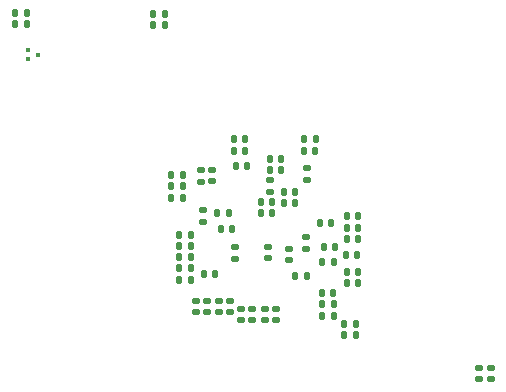
<source format=gbr>
%TF.GenerationSoftware,KiCad,Pcbnew,5.99.0-unknown-675444a646~125~ubuntu20.04.1*%
%TF.CreationDate,2021-04-13T15:06:48+08:00*%
%TF.ProjectId,ovc5,6f766335-2e6b-4696-9361-645f70636258,rev?*%
%TF.SameCoordinates,Original*%
%TF.FileFunction,Paste,Bot*%
%TF.FilePolarity,Positive*%
%FSLAX46Y46*%
G04 Gerber Fmt 4.6, Leading zero omitted, Abs format (unit mm)*
G04 Created by KiCad (PCBNEW 5.99.0-unknown-675444a646~125~ubuntu20.04.1) date 2021-04-13 15:06:48*
%MOMM*%
%LPD*%
G01*
G04 APERTURE LIST*
G04 Aperture macros list*
%AMRoundRect*
0 Rectangle with rounded corners*
0 $1 Rounding radius*
0 $2 $3 $4 $5 $6 $7 $8 $9 X,Y pos of 4 corners*
0 Add a 4 corners polygon primitive as box body*
4,1,4,$2,$3,$4,$5,$6,$7,$8,$9,$2,$3,0*
0 Add four circle primitives for the rounded corners*
1,1,$1+$1,$2,$3*
1,1,$1+$1,$4,$5*
1,1,$1+$1,$6,$7*
1,1,$1+$1,$8,$9*
0 Add four rect primitives between the rounded corners*
20,1,$1+$1,$2,$3,$4,$5,0*
20,1,$1+$1,$4,$5,$6,$7,0*
20,1,$1+$1,$6,$7,$8,$9,0*
20,1,$1+$1,$8,$9,$2,$3,0*%
G04 Aperture macros list end*
%ADD10RoundRect,0.140000X-0.140000X-0.170000X0.140000X-0.170000X0.140000X0.170000X-0.140000X0.170000X0*%
%ADD11RoundRect,0.140000X-0.170000X0.140000X-0.170000X-0.140000X0.170000X-0.140000X0.170000X0.140000X0*%
%ADD12RoundRect,0.140000X0.140000X0.170000X-0.140000X0.170000X-0.140000X-0.170000X0.140000X-0.170000X0*%
%ADD13RoundRect,0.140000X0.170000X-0.140000X0.170000X0.140000X-0.170000X0.140000X-0.170000X-0.140000X0*%
%ADD14RoundRect,0.135000X0.135000X0.185000X-0.135000X0.185000X-0.135000X-0.185000X0.135000X-0.185000X0*%
%ADD15R,0.300000X0.300000*%
%ADD16RoundRect,0.135000X-0.135000X-0.185000X0.135000X-0.185000X0.135000X0.185000X-0.135000X0.185000X0*%
%ADD17RoundRect,0.135000X-0.185000X0.135000X-0.185000X-0.135000X0.185000X-0.135000X0.185000X0.135000X0*%
G04 APERTURE END LIST*
D10*
%TO.C,C33*%
X64090950Y-53401550D03*
X65050950Y-53401550D03*
%TD*%
D11*
%TO.C,C31*%
X56675000Y-62590000D03*
X56675000Y-63550000D03*
%TD*%
D12*
%TO.C,C55*%
X63850950Y-50551550D03*
X62890950Y-50551550D03*
%TD*%
%TO.C,C14*%
X56200950Y-57951550D03*
X55240950Y-57951550D03*
%TD*%
%TO.C,C60*%
X60850950Y-49876550D03*
X59890950Y-49876550D03*
%TD*%
D13*
%TO.C,C24*%
X62720950Y-59006550D03*
X62720950Y-58046550D03*
%TD*%
D14*
%TO.C,R5*%
X68310000Y-62900000D03*
X67290000Y-62900000D03*
%TD*%
D15*
%TO.C,D5*%
X42425000Y-42100000D03*
X42425000Y-41400000D03*
X43275000Y-41750000D03*
%TD*%
D12*
%TO.C,C56*%
X63850950Y-51501550D03*
X62890950Y-51501550D03*
%TD*%
D10*
%TO.C,C17*%
X69440950Y-56401550D03*
X70400950Y-56401550D03*
%TD*%
D11*
%TO.C,C29*%
X58575000Y-62590000D03*
X58575000Y-63550000D03*
%TD*%
D13*
%TO.C,C41*%
X58050000Y-52480000D03*
X58050000Y-51520000D03*
%TD*%
%TO.C,C50*%
X57220950Y-55906550D03*
X57220950Y-54946550D03*
%TD*%
D12*
%TO.C,C66*%
X55530000Y-52900000D03*
X54570000Y-52900000D03*
%TD*%
D10*
%TO.C,C19*%
X69420000Y-60125000D03*
X70380000Y-60125000D03*
%TD*%
D11*
%TO.C,C25*%
X63475000Y-63271550D03*
X63475000Y-64231550D03*
%TD*%
D10*
%TO.C,C22*%
X69440950Y-55451550D03*
X70400950Y-55451550D03*
%TD*%
D11*
%TO.C,C61*%
X65970950Y-57221550D03*
X65970950Y-58181550D03*
%TD*%
D10*
%TO.C,C81*%
X53045000Y-38325000D03*
X54005000Y-38325000D03*
%TD*%
%TO.C,C53*%
X67365950Y-59351550D03*
X68325950Y-59351550D03*
%TD*%
D11*
%TO.C,C32*%
X57625000Y-62590000D03*
X57625000Y-63550000D03*
%TD*%
D13*
%TO.C,C36*%
X62895950Y-53356550D03*
X62895950Y-52396550D03*
%TD*%
D14*
%TO.C,R6*%
X66810000Y-48900000D03*
X65790000Y-48900000D03*
%TD*%
D11*
%TO.C,C38*%
X61420950Y-63271550D03*
X61420950Y-64231550D03*
%TD*%
D14*
%TO.C,R7*%
X70210000Y-65500000D03*
X69190000Y-65500000D03*
%TD*%
D10*
%TO.C,C11*%
X69210000Y-64568000D03*
X70170000Y-64568000D03*
%TD*%
D12*
%TO.C,C62*%
X65050950Y-54351550D03*
X64090950Y-54351550D03*
%TD*%
D14*
%TO.C,R60*%
X68310000Y-63850000D03*
X67290000Y-63850000D03*
%TD*%
D12*
%TO.C,C57*%
X59730000Y-56551550D03*
X58770000Y-56551550D03*
%TD*%
D14*
%TO.C,R13*%
X55560000Y-53890000D03*
X54540000Y-53890000D03*
%TD*%
D11*
%TO.C,C37*%
X60470950Y-63271550D03*
X60470950Y-64231550D03*
%TD*%
D12*
%TO.C,C49*%
X63125950Y-54251550D03*
X62165950Y-54251550D03*
%TD*%
D10*
%TO.C,C20*%
X69340950Y-58701550D03*
X70300950Y-58701550D03*
%TD*%
%TO.C,C52*%
X67140950Y-56001550D03*
X68100950Y-56001550D03*
%TD*%
D13*
%TO.C,C42*%
X66020950Y-52331550D03*
X66020950Y-51371550D03*
%TD*%
D16*
%TO.C,R14*%
X54520000Y-51940000D03*
X55540000Y-51940000D03*
%TD*%
D12*
%TO.C,C35*%
X61000950Y-51201550D03*
X60040950Y-51201550D03*
%TD*%
D11*
%TO.C,C30*%
X59525000Y-62590000D03*
X59525000Y-63550000D03*
%TD*%
D13*
%TO.C,C43*%
X64520950Y-59181550D03*
X64520950Y-58221550D03*
%TD*%
D10*
%TO.C,C9*%
X67340000Y-61910000D03*
X68300000Y-61910000D03*
%TD*%
D12*
%TO.C,C21*%
X56200950Y-58901550D03*
X55240950Y-58901550D03*
%TD*%
%TO.C,C59*%
X59425950Y-55151550D03*
X58465950Y-55151550D03*
%TD*%
%TO.C,C15*%
X56200950Y-57001550D03*
X55240950Y-57001550D03*
%TD*%
D11*
%TO.C,C26*%
X62525000Y-63271550D03*
X62525000Y-64231550D03*
%TD*%
D10*
%TO.C,C44*%
X67490950Y-58051550D03*
X68450950Y-58051550D03*
%TD*%
D12*
%TO.C,C51*%
X63120950Y-55176550D03*
X62160950Y-55176550D03*
%TD*%
D16*
%TO.C,R10*%
X65010950Y-60476550D03*
X66030950Y-60476550D03*
%TD*%
D12*
%TO.C,C82*%
X42330000Y-38250000D03*
X41370000Y-38250000D03*
%TD*%
D10*
%TO.C,C10*%
X65820000Y-49900000D03*
X66780000Y-49900000D03*
%TD*%
D12*
%TO.C,C80*%
X42330000Y-39200000D03*
X41370000Y-39200000D03*
%TD*%
D13*
%TO.C,C48*%
X59970950Y-59031550D03*
X59970950Y-58071550D03*
%TD*%
D12*
%TO.C,C13*%
X56200950Y-60801550D03*
X55240950Y-60801550D03*
%TD*%
D11*
%TO.C,C89*%
X81620000Y-68290000D03*
X81620000Y-69250000D03*
%TD*%
D17*
%TO.C,R44*%
X57070000Y-51490000D03*
X57070000Y-52510000D03*
%TD*%
D10*
%TO.C,C18*%
X69420000Y-61075000D03*
X70380000Y-61075000D03*
%TD*%
D11*
%TO.C,C88*%
X80620000Y-68290000D03*
X80620000Y-69250000D03*
%TD*%
D10*
%TO.C,C16*%
X69440950Y-57351550D03*
X70400950Y-57351550D03*
%TD*%
D12*
%TO.C,C12*%
X56200950Y-59851550D03*
X55240950Y-59851550D03*
%TD*%
%TO.C,C54*%
X58280950Y-60301550D03*
X57320950Y-60301550D03*
%TD*%
D10*
%TO.C,C79*%
X53045000Y-39275000D03*
X54005000Y-39275000D03*
%TD*%
D12*
%TO.C,C58*%
X60850950Y-48926550D03*
X59890950Y-48926550D03*
%TD*%
M02*

</source>
